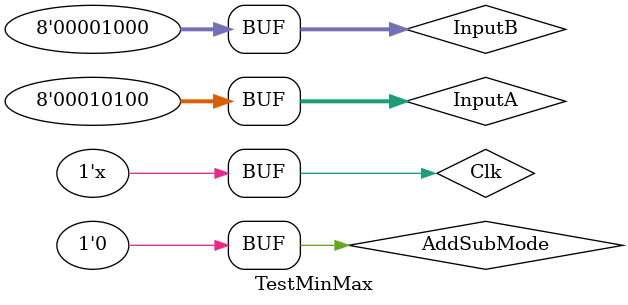
<source format=v>
`timescale 1ns / 1ps
`ifndef LIB_STYCZYNSKI_TEST_MIN_MAX_V
`define LIB_STYCZYNSKI_TEST_MIN_MAX_V

`include "MinMax.v"

/*
 * Piotr Styczyński @styczynski
 * Verilog Components Library
 *
 * Test for MinMax module
 * 
 *
 * MIT License
 */
module TestMinMax
#(
	parameter INPUT_BIT_WIDTH = 8
);

	// Inputs
	reg signed [INPUT_BIT_WIDTH-1:0] InputA;
	reg signed [INPUT_BIT_WIDTH-1:0] InputB;
	reg AddSubMode;
	reg Clk;

	// Outputs
	wire [INPUT_BIT_WIDTH-1:0] Result;

	// Instantiate the Unit Under Test (UUT)
	SignDivider uut (
		.Quotient(Quotient),
		.AddSubMode(AddSubMode),
		.InputA(InputA),
		.InputB(InputB),
		.Clk(Clk),
        .Result(Result)
	);

	initial begin
		// Initialize Inputs
		AddSubMode = 0;
        InputA = 20;
        InputB = 8;
		Clk = 0;

		// Wait 100 ns for global reset to finish
		#100;
        
		#500;
		// Add stimulus here

	end

   initial begin
		$monitor("Clk=%d, AddSubMode=%d, InputA=%d, InputB=%d", Clk, AddSubMode, InputA, InputB);
	end
      
	always begin
		   Clk = #10 ~Clk;
	end
      
endmodule

`endif


</source>
